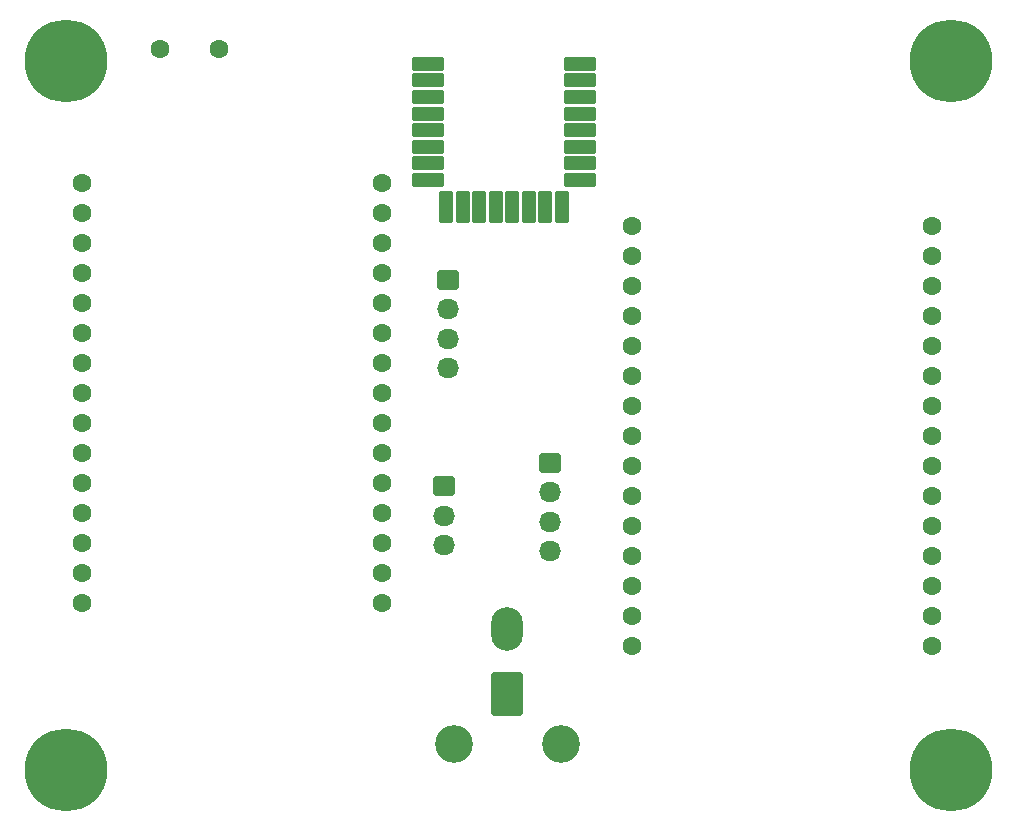
<source format=gbr>
%TF.GenerationSoftware,KiCad,Pcbnew,8.0.8*%
%TF.CreationDate,2025-06-20T17:29:20+09:00*%
%TF.ProjectId,2ndfloor_pole,326e6466-6c6f-46f7-925f-706f6c652e6b,rev?*%
%TF.SameCoordinates,Original*%
%TF.FileFunction,Soldermask,Top*%
%TF.FilePolarity,Negative*%
%FSLAX46Y46*%
G04 Gerber Fmt 4.6, Leading zero omitted, Abs format (unit mm)*
G04 Created by KiCad (PCBNEW 8.0.8) date 2025-06-20 17:29:20*
%MOMM*%
%LPD*%
G01*
G04 APERTURE LIST*
G04 Aperture macros list*
%AMRoundRect*
0 Rectangle with rounded corners*
0 $1 Rounding radius*
0 $2 $3 $4 $5 $6 $7 $8 $9 X,Y pos of 4 corners*
0 Add a 4 corners polygon primitive as box body*
4,1,4,$2,$3,$4,$5,$6,$7,$8,$9,$2,$3,0*
0 Add four circle primitives for the rounded corners*
1,1,$1+$1,$2,$3*
1,1,$1+$1,$4,$5*
1,1,$1+$1,$6,$7*
1,1,$1+$1,$8,$9*
0 Add four rect primitives between the rounded corners*
20,1,$1+$1,$2,$3,$4,$5,0*
20,1,$1+$1,$4,$5,$6,$7,0*
20,1,$1+$1,$6,$7,$8,$9,0*
20,1,$1+$1,$8,$9,$2,$3,0*%
G04 Aperture macros list end*
%ADD10RoundRect,0.250000X-0.675000X0.600000X-0.675000X-0.600000X0.675000X-0.600000X0.675000X0.600000X0*%
%ADD11O,1.850000X1.700000*%
%ADD12C,7.000000*%
%ADD13C,1.600000*%
%ADD14C,3.200000*%
%ADD15RoundRect,0.250001X1.099999X1.599999X-1.099999X1.599999X-1.099999X-1.599999X1.099999X-1.599999X0*%
%ADD16O,2.700000X3.700000*%
%ADD17RoundRect,0.102000X-1.225000X-0.500000X1.225000X-0.500000X1.225000X0.500000X-1.225000X0.500000X0*%
%ADD18RoundRect,0.102000X-0.500000X-1.225000X0.500000X-1.225000X0.500000X1.225000X-0.500000X1.225000X0*%
G04 APERTURE END LIST*
D10*
%TO.C,J4*%
X94000000Y-95000000D03*
D11*
X94000000Y-97500000D03*
X94000000Y-100000000D03*
%TD*%
D12*
%TO.C,H1*%
X137000000Y-59000000D03*
%TD*%
D10*
%TO.C,J3*%
X94350000Y-77500000D03*
D11*
X94350000Y-80000000D03*
X94350000Y-82500000D03*
X94350000Y-85000000D03*
%TD*%
D13*
%TO.C,C1*%
X70000000Y-58000000D03*
X75000000Y-58000000D03*
%TD*%
%TO.C,MOD2*%
X135400000Y-75520000D03*
X110000000Y-75520000D03*
X110000000Y-72980000D03*
X135400000Y-108540000D03*
X135400000Y-106000000D03*
X135400000Y-103460000D03*
X135400000Y-100920000D03*
X135400000Y-98380000D03*
X135400000Y-95840000D03*
X135400000Y-93300000D03*
X135400000Y-90760000D03*
X135400000Y-88220000D03*
X135400000Y-85680000D03*
X135400000Y-83140000D03*
X135400000Y-80600000D03*
X135400000Y-72980000D03*
X135400000Y-78060000D03*
X110000000Y-78060000D03*
X110000000Y-80600000D03*
X110000000Y-83140000D03*
X110000000Y-85680000D03*
X110000000Y-88220000D03*
X110000000Y-90760000D03*
X110000000Y-93300000D03*
X110000000Y-95840000D03*
X110000000Y-98380000D03*
X110000000Y-100920000D03*
X110000000Y-103460000D03*
X110000000Y-106000000D03*
X110000000Y-108540000D03*
%TD*%
D12*
%TO.C,H4*%
X62000000Y-59000000D03*
%TD*%
%TO.C,H2*%
X137000000Y-119000000D03*
%TD*%
D13*
%TO.C,MOD1*%
X63394712Y-102360274D03*
X88794712Y-102360274D03*
X88794712Y-104900274D03*
X63394712Y-69340274D03*
X63394712Y-71880274D03*
X63394712Y-74420274D03*
X63394712Y-76960274D03*
X63394712Y-79500274D03*
X63394712Y-82040274D03*
X63394712Y-84580274D03*
X63394712Y-87120274D03*
X63394712Y-89660274D03*
X63394712Y-92200274D03*
X63394712Y-94740274D03*
X63394712Y-97280274D03*
X63394712Y-104900274D03*
X63394712Y-99820274D03*
X88794712Y-99820274D03*
X88794712Y-97280274D03*
X88794712Y-94740274D03*
X88794712Y-92200274D03*
X88794712Y-89660274D03*
X88794712Y-87120274D03*
X88794712Y-84580274D03*
X88794712Y-82040274D03*
X88794712Y-79500274D03*
X88794712Y-76960274D03*
X88794712Y-74420274D03*
X88794712Y-71880274D03*
X88794712Y-69340274D03*
%TD*%
D10*
%TO.C,J2*%
X103000000Y-93000000D03*
D11*
X103000000Y-95500000D03*
X103000000Y-98000000D03*
X103000000Y-100500000D03*
%TD*%
D14*
%TO.C,J1*%
X103912278Y-116797661D03*
X94912278Y-116797661D03*
D15*
X99412278Y-112597661D03*
D16*
X99412278Y-107097661D03*
%TD*%
D12*
%TO.C,H3*%
X62000000Y-119000000D03*
%TD*%
D17*
%TO.C,U1*%
X92719313Y-59231387D03*
X92719313Y-60631387D03*
X92719313Y-62031387D03*
X92719313Y-63431387D03*
X92719313Y-64831387D03*
X92719313Y-66231387D03*
X92719313Y-67631387D03*
X92719313Y-69031387D03*
D18*
X94219313Y-71326387D03*
X95619313Y-71326387D03*
X97019313Y-71326387D03*
X98419313Y-71326387D03*
X99819313Y-71326387D03*
X101219313Y-71326387D03*
X102619313Y-71326387D03*
X104019313Y-71326387D03*
D17*
X105519313Y-69031387D03*
X105519313Y-67631387D03*
X105519313Y-66231387D03*
X105519313Y-64831387D03*
X105519313Y-63431387D03*
X105519313Y-62031387D03*
X105519313Y-60631387D03*
X105519313Y-59231387D03*
%TD*%
M02*

</source>
